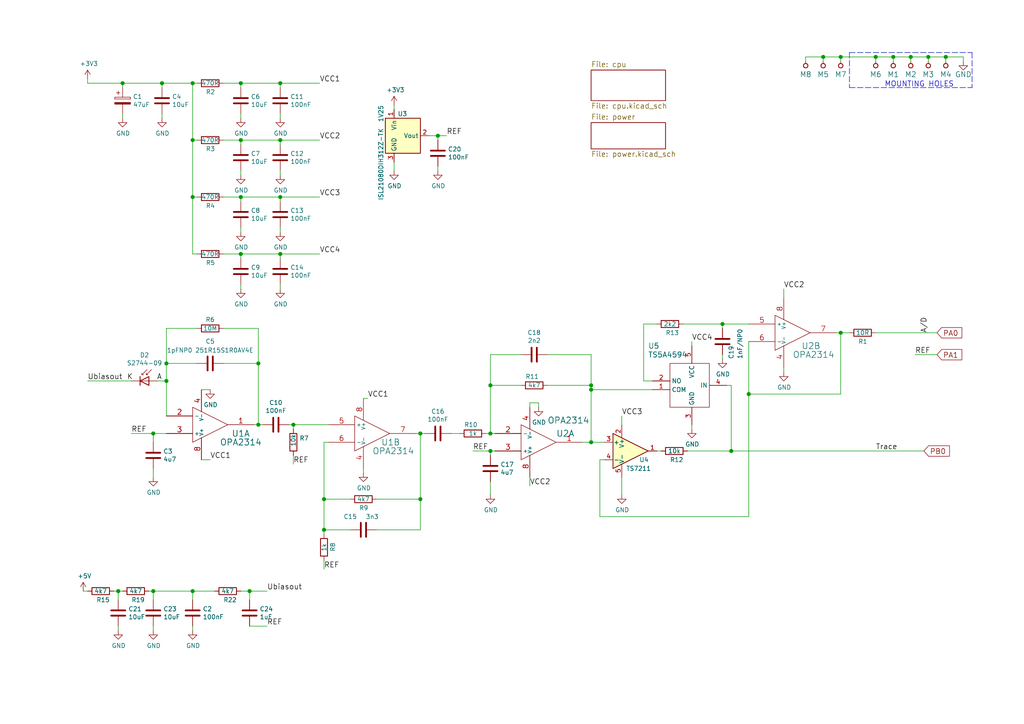
<source format=kicad_sch>
(kicad_sch (version 20201015) (generator eeschema)
  (page 1 3)
  (paper "A4")
  (title_block (title "NAME") (date "%F") (rev "REV") (company "Mlab www.mlab.cz") (comment 1 "VERSION") (comment 2 "Short description \\nTwo lines are maximum") (comment 3 "nickname <email@example.com>") (comment 4 "BSD"))
  (lib_symbols
    (symbol "Amplifier_Operational:OP179GRT" (pin_names (offset 0.127))
      (property "Reference" "U" (at 0 5.08 0))
      (property "Value" "OP179GRT" (at 0 -5.08 0))
      (symbol "OP179GRT_0_1"
        (polyline (pts (xy -5.08 5.08) (xy 5.08 0) (xy -5.08 -5.08) (xy -5.08 5.08)) (stroke (width 0.254)) (fill (type background)))
        (pin power_in line (at -2.54 7.62 270) (length 3.81) (name "V+") (number "2"))
        (pin power_in line (at -2.54 -7.62 90) (length 3.81) (name "V-") (number "5"))
      )
      (symbol "OP179GRT_1_1"
        (pin output line (at 7.62 0 180) (length 2.54) (name "~") (number "1"))
        (pin input line (at -7.62 2.54 0) (length 2.54) (name "+") (number "3"))
        (pin input line (at -7.62 -2.54 0) (length 2.54) (name "-") (number "4"))
      )
    )
    (symbol "Device:C" (pin_numbers hide) (pin_names (offset 0.254))
      (property "Reference" "C" (at 0.635 2.54 0))
      (property "Value" "C" (at 0.635 -2.54 0))
      (symbol "C_0_1"
        (polyline (pts (xy -2.032 -0.762) (xy 2.032 -0.762)) (stroke (width 0.508)))
        (polyline (pts (xy -2.032 0.762) (xy 2.032 0.762)) (stroke (width 0.508)))
      )
      (symbol "C_1_1"
        (pin passive line (at 0 3.81 270) (length 2.794) (name "~") (number "1"))
        (pin passive line (at 0 -3.81 90) (length 2.794) (name "~") (number "2"))
      )
    )
    (symbol "Device:D_Photo" (pin_numbers hide) (pin_names hide)
      (property "Reference" "D" (at 0.508 1.778 0))
      (property "Value" "D_Photo" (at -1.016 -2.794 0))
      (symbol "D_Photo_0_1"
        (polyline (pts (xy -2.54 1.27) (xy -2.54 -1.27)) (stroke (width 0.254)))
        (polyline (pts (xy -2.032 1.778) (xy -1.524 1.778)))
        (polyline (pts (xy 0 0) (xy -2.54 0)))
        (polyline (pts (xy -0.508 3.302) (xy -2.032 1.778) (xy -2.032 2.286)))
        (polyline (pts (xy 0 -1.27) (xy 0 1.27) (xy -2.54 0) (xy 0 -1.27)) (stroke (width 0.254)))
        (polyline (pts (xy 0.762 3.302) (xy -0.762 1.778) (xy -0.762 2.286) (xy -0.762 1.778) (xy -0.254 1.778)))
      )
      (symbol "D_Photo_1_1"
        (pin passive line (at -5.08 0 0) (length 2.54) (name "K") (number "1"))
        (pin passive line (at 2.54 0 180) (length 2.54) (name "A") (number "2"))
      )
    )
    (symbol "Device:R" (pin_numbers hide) (pin_names (offset 0))
      (property "Reference" "R" (at 2.032 0 90))
      (property "Value" "R" (at 0 0 90))
      (symbol "R_0_1"
        (rectangle (start -1.016 -2.54) (end 1.016 2.54) (stroke (width 0.254)))
      )
      (symbol "R_1_1"
        (pin passive line (at 0 3.81 270) (length 1.27) (name "~") (number "1"))
        (pin passive line (at 0 -3.81 90) (length 1.27) (name "~") (number "2"))
      )
    )
    (symbol "MLAB_IO:AD8692"
      (property "Reference" "U" (at 3.81 7.62 0))
      (property "Value" "AD8692" (at 3.81 5.08 0))
      (property "Datasheet" "op_amps/tl071.pdf" (at 0 0 0))
      (symbol "AD8692_0_1"
        (polyline (pts (xy -5.08 5.08) (xy 5.08 0) (xy -5.08 -5.08) (xy -5.08 5.08)))
      )
      (symbol "AD8692_1_1"
        (pin output line (at 12.7 0 180) (length 7.62) (name "~") (number "1"))
        (pin input line (at -12.7 -2.54 0) (length 7.62) (name "-") (number "2"))
        (pin input line (at -12.7 2.54 0) (length 7.62) (name "+") (number "3"))
        (pin passive line (at -2.54 -10.16 90) (length 6.35) (name "V-") (number "4"))
        (pin passive line (at -2.54 10.16 270) (length 6.35) (name "V+") (number "8"))
      )
      (symbol "AD8692_2_1"
        (pin passive line (at -2.54 -10.16 90) (length 6.35) (name "V-") (number "4"))
        (pin input line (at -12.7 2.54 0) (length 7.62) (name "+") (number "5"))
        (pin input line (at -12.7 -2.54 0) (length 7.62) (name "-") (number "6"))
        (pin output line (at 12.7 0 180) (length 7.62) (name "~") (number "7"))
        (pin passive line (at -2.54 10.16 270) (length 6.35) (name "V+") (number "8"))
      )
    )
    (symbol "MLAB_IO:TS5A4594"
      (property "Reference" "U" (at 3.81 7.62 0))
      (property "Value" "TS5A4594" (at 6.35 -7.62 0))
      (symbol "TS5A4594_0_1"
        (rectangle (start -6.35 6.35) (end 5.08 -6.35))
      )
      (symbol "TS5A4594_1_1"
        (pin passive line (at -11.43 -1.27 0) (length 5.08) (name "COM") (number "1"))
        (pin passive line (at -11.43 1.27 0) (length 5.08) (name "NO") (number "2"))
        (pin power_in line (at 0 -11.43 90) (length 5.08) (name "GND") (number "3"))
        (pin bidirectional line (at 10.16 0 180) (length 5.08) (name "IN") (number "4"))
        (pin power_in line (at 0 11.43 270) (length 5.08) (name "VCC") (number "5"))
      )
    )
    (symbol "MLAB_MECHANICAL:HOLE" (pin_numbers hide) (pin_names (offset 1.016) hide)
      (property "Reference" "M" (at 0 2.54 0))
      (property "Value" "HOLE" (at 0 -2.54 0))
      (symbol "HOLE_0_1"
        (circle (center 0 0) (radius 0.635) (stroke (width 0.254)))
      )
      (symbol "HOLE_1_1"
        (pin input line (at 1.27 0 180) (length 0.635) (name "~") (number "1"))
      )
    )
    (symbol "Reference_Voltage:ISL21070CIH320Z-TK"
      (property "Reference" "U" (at -0.635 8.255 0))
      (property "Value" "ISL21070CIH320Z-TK" (at -1.905 6.35 0))
      (symbol "ISL21070CIH320Z-TK_0_1"
        (rectangle (start -5.08 5.08) (end 5.08 -5.08) (stroke (width 0.254)) (fill (type background)))
      )
      (symbol "ISL21070CIH320Z-TK_1_1"
        (pin power_in line (at -2.54 7.62 270) (length 2.54) (name "Vin") (number "1"))
        (pin power_out line (at 7.62 0 180) (length 2.54) (name "Vout") (number "2"))
        (pin power_in line (at -2.54 -7.62 90) (length 2.54) (name "GND") (number "3"))
      )
    )
    (symbol "SPACEDOS01A_PCB01A-rescue:CP-Device" (pin_numbers hide) (pin_names (offset 0.254))
      (property "Reference" "C" (at 0.635 2.54 0))
      (property "Value" "CP-Device" (at 0.635 -2.54 0))
      (symbol "CP-Device_0_1"
        (rectangle (start -2.286 0.508) (end -2.286 1.016))
        (rectangle (start -2.286 0.508) (end 2.286 0.508))
        (rectangle (start 2.286 1.016) (end -2.286 1.016))
        (rectangle (start 2.286 1.016) (end 2.286 0.508))
        (rectangle (start 2.286 -0.508) (end -2.286 -1.016) (fill (type outline)))
        (polyline (pts (xy -1.778 2.286) (xy -0.762 2.286)))
        (polyline (pts (xy -1.27 2.794) (xy -1.27 1.778)))
      )
      (symbol "CP-Device_1_1"
        (pin passive line (at 0 3.81 270) (length 2.794) (name "~") (number "1"))
        (pin passive line (at 0 -3.81 90) (length 2.794) (name "~") (number "2"))
      )
    )
    (symbol "power:+3.3V" (power) (pin_names (offset 0))
      (property "Value" "+3.3V" (at 0 3.556 0))
      (symbol "+3.3V_0_1"
        (polyline (pts (xy -0.762 1.27) (xy 0 2.54)))
        (polyline (pts (xy 0 0) (xy 0 2.54)))
        (polyline (pts (xy 0 2.54) (xy 0.762 1.27)))
      )
      (symbol "+3.3V_1_1"
        (pin power_in line (at 0 0 90) (length 0) hide (name "+3V3") (number "1"))
      )
    )
    (symbol "power:+5V" (power) (pin_names (offset 0))
      (property "Value" "+5V" (at 0 3.556 0))
      (symbol "+5V_0_1"
        (polyline (pts (xy -0.762 1.27) (xy 0 2.54)))
        (polyline (pts (xy 0 0) (xy 0 2.54)))
        (polyline (pts (xy 0 2.54) (xy 0.762 1.27)))
      )
      (symbol "+5V_1_1"
        (pin power_in line (at 0 0 90) (length 0) hide (name "+5V") (number "1"))
      )
    )
    (symbol "power:GND" (power) (pin_names (offset 0))
      (property "Value" "GND" (at 0 -3.81 0))
      (symbol "GND_0_1"
        (polyline (pts (xy 0 0) (xy 0 -1.27) (xy 1.27 -1.27) (xy 0 -2.54) (xy -1.27 -1.27) (xy 0 -1.27)))
      )
      (symbol "GND_1_1"
        (pin power_in line (at 0 0 270) (length 0) hide (name "GND") (number "1"))
      )
    )
  )
  (junction (at 34.29 171.45) (diameter 1.016))
  (junction (at 35.56 24.13) (diameter 1.016))
  (junction (at 44.45 125.73) (diameter 1.016))
  (junction (at 44.45 171.45) (diameter 1.016))
  (junction (at 46.99 24.13) (diameter 1.016))
  (junction (at 48.26 105.41) (diameter 1.016))
  (junction (at 48.26 110.49) (diameter 1.016))
  (junction (at 55.88 24.13) (diameter 1.016))
  (junction (at 55.88 40.64) (diameter 1.016))
  (junction (at 55.88 57.15) (diameter 1.016))
  (junction (at 55.88 171.45) (diameter 1.016))
  (junction (at 69.85 24.13) (diameter 1.016))
  (junction (at 69.85 40.64) (diameter 1.016))
  (junction (at 69.85 57.15) (diameter 1.016))
  (junction (at 69.85 73.66) (diameter 1.016))
  (junction (at 72.39 171.45) (diameter 1.016))
  (junction (at 74.93 105.41) (diameter 1.016))
  (junction (at 74.93 123.19) (diameter 1.016))
  (junction (at 81.28 24.13) (diameter 1.016))
  (junction (at 81.28 40.64) (diameter 1.016))
  (junction (at 81.28 57.15) (diameter 1.016))
  (junction (at 81.28 73.66) (diameter 1.016))
  (junction (at 85.09 123.19) (diameter 1.016))
  (junction (at 93.98 144.78) (diameter 1.016))
  (junction (at 93.98 153.67) (diameter 1.016))
  (junction (at 121.92 125.73) (diameter 1.016))
  (junction (at 121.92 144.78) (diameter 1.016))
  (junction (at 127 39.37) (diameter 1.016))
  (junction (at 142.24 111.76) (diameter 1.016))
  (junction (at 142.24 125.73) (diameter 1.016))
  (junction (at 142.24 130.81) (diameter 1.016))
  (junction (at 171.45 111.76) (diameter 1.016))
  (junction (at 171.45 113.03) (diameter 1.016))
  (junction (at 171.45 128.27) (diameter 1.016))
  (junction (at 209.55 93.98) (diameter 1.016))
  (junction (at 212.09 130.81) (diameter 1.016))
  (junction (at 217.17 114.3) (diameter 1.016))
  (junction (at 238.76 16.51) (diameter 1.016))
  (junction (at 243.84 16.51) (diameter 1.016))
  (junction (at 243.84 96.52) (diameter 1.016))
  (junction (at 254 16.51) (diameter 1.016))
  (junction (at 259.08 16.51) (diameter 1.016))
  (junction (at 264.16 16.51) (diameter 1.016))
  (junction (at 269.24 16.51) (diameter 1.016))
  (junction (at 274.32 16.51) (diameter 1.016))
  (wire (pts (xy 24.13 171.45) (xy 25.4 171.45)))
  (wire (pts (xy 25.4 22.86) (xy 25.4 24.13)))
  (wire (pts (xy 25.4 24.13) (xy 35.56 24.13)))
  (wire (pts (xy 25.4 110.49) (xy 38.1 110.49)))
  (wire (pts (xy 33.02 171.45) (xy 34.29 171.45)))
  (wire (pts (xy 34.29 171.45) (xy 35.56 171.45)))
  (wire (pts (xy 34.29 173.99) (xy 34.29 171.45)))
  (wire (pts (xy 34.29 182.88) (xy 34.29 181.61)))
  (wire (pts (xy 35.56 24.13) (xy 46.99 24.13)))
  (wire (pts (xy 35.56 25.4) (xy 35.56 24.13)))
  (wire (pts (xy 35.56 34.29) (xy 35.56 33.02)))
  (wire (pts (xy 38.1 125.73) (xy 44.45 125.73)))
  (wire (pts (xy 43.18 171.45) (xy 44.45 171.45)))
  (wire (pts (xy 44.45 125.73) (xy 48.26 125.73)))
  (wire (pts (xy 44.45 128.27) (xy 44.45 125.73)))
  (wire (pts (xy 44.45 138.43) (xy 44.45 135.89)))
  (wire (pts (xy 44.45 171.45) (xy 55.88 171.45)))
  (wire (pts (xy 44.45 173.99) (xy 44.45 171.45)))
  (wire (pts (xy 44.45 182.88) (xy 44.45 181.61)))
  (wire (pts (xy 45.72 110.49) (xy 48.26 110.49)))
  (wire (pts (xy 46.99 24.13) (xy 55.88 24.13)))
  (wire (pts (xy 46.99 25.4) (xy 46.99 24.13)))
  (wire (pts (xy 46.99 34.29) (xy 46.99 33.02)))
  (wire (pts (xy 48.26 95.25) (xy 48.26 105.41)))
  (wire (pts (xy 48.26 105.41) (xy 48.26 110.49)))
  (wire (pts (xy 48.26 105.41) (xy 57.15 105.41)))
  (wire (pts (xy 48.26 110.49) (xy 48.26 120.65)))
  (wire (pts (xy 55.88 24.13) (xy 55.88 40.64)))
  (wire (pts (xy 55.88 24.13) (xy 57.15 24.13)))
  (wire (pts (xy 55.88 40.64) (xy 55.88 57.15)))
  (wire (pts (xy 55.88 57.15) (xy 55.88 73.66)))
  (wire (pts (xy 55.88 73.66) (xy 57.15 73.66)))
  (wire (pts (xy 55.88 171.45) (xy 62.23 171.45)))
  (wire (pts (xy 55.88 173.99) (xy 55.88 171.45)))
  (wire (pts (xy 55.88 182.88) (xy 55.88 181.61)))
  (wire (pts (xy 57.15 40.64) (xy 55.88 40.64)))
  (wire (pts (xy 57.15 57.15) (xy 55.88 57.15)))
  (wire (pts (xy 57.15 95.25) (xy 48.26 95.25)))
  (wire (pts (xy 58.42 113.03) (xy 60.96 113.03)))
  (wire (pts (xy 58.42 133.35) (xy 60.96 133.35)))
  (wire (pts (xy 64.77 24.13) (xy 69.85 24.13)))
  (wire (pts (xy 64.77 40.64) (xy 69.85 40.64)))
  (wire (pts (xy 64.77 57.15) (xy 69.85 57.15)))
  (wire (pts (xy 64.77 73.66) (xy 69.85 73.66)))
  (wire (pts (xy 64.77 95.25) (xy 74.93 95.25)))
  (wire (pts (xy 64.77 105.41) (xy 74.93 105.41)))
  (wire (pts (xy 69.85 24.13) (xy 81.28 24.13)))
  (wire (pts (xy 69.85 25.4) (xy 69.85 24.13)))
  (wire (pts (xy 69.85 34.29) (xy 69.85 33.02)))
  (wire (pts (xy 69.85 40.64) (xy 81.28 40.64)))
  (wire (pts (xy 69.85 41.91) (xy 69.85 40.64)))
  (wire (pts (xy 69.85 50.8) (xy 69.85 49.53)))
  (wire (pts (xy 69.85 57.15) (xy 81.28 57.15)))
  (wire (pts (xy 69.85 58.42) (xy 69.85 57.15)))
  (wire (pts (xy 69.85 67.31) (xy 69.85 66.04)))
  (wire (pts (xy 69.85 73.66) (xy 81.28 73.66)))
  (wire (pts (xy 69.85 74.93) (xy 69.85 73.66)))
  (wire (pts (xy 69.85 83.82) (xy 69.85 82.55)))
  (wire (pts (xy 69.85 171.45) (xy 72.39 171.45)))
  (wire (pts (xy 72.39 171.45) (xy 72.39 173.99)))
  (wire (pts (xy 72.39 171.45) (xy 77.47 171.45)))
  (wire (pts (xy 72.39 181.61) (xy 77.47 181.61)))
  (wire (pts (xy 74.93 95.25) (xy 74.93 105.41)))
  (wire (pts (xy 74.93 105.41) (xy 74.93 123.19)))
  (wire (pts (xy 74.93 123.19) (xy 73.66 123.19)))
  (wire (pts (xy 74.93 123.19) (xy 76.2 123.19)))
  (wire (pts (xy 81.28 24.13) (xy 92.71 24.13)))
  (wire (pts (xy 81.28 25.4) (xy 81.28 24.13)))
  (wire (pts (xy 81.28 34.29) (xy 81.28 33.02)))
  (wire (pts (xy 81.28 40.64) (xy 92.71 40.64)))
  (wire (pts (xy 81.28 41.91) (xy 81.28 40.64)))
  (wire (pts (xy 81.28 50.8) (xy 81.28 49.53)))
  (wire (pts (xy 81.28 57.15) (xy 92.71 57.15)))
  (wire (pts (xy 81.28 58.42) (xy 81.28 57.15)))
  (wire (pts (xy 81.28 67.31) (xy 81.28 66.04)))
  (wire (pts (xy 81.28 73.66) (xy 92.71 73.66)))
  (wire (pts (xy 81.28 74.93) (xy 81.28 73.66)))
  (wire (pts (xy 81.28 83.82) (xy 81.28 82.55)))
  (wire (pts (xy 83.82 123.19) (xy 85.09 123.19)))
  (wire (pts (xy 85.09 123.19) (xy 95.25 123.19)))
  (wire (pts (xy 85.09 124.46) (xy 85.09 123.19)))
  (wire (pts (xy 85.09 132.08) (xy 85.09 134.62)))
  (wire (pts (xy 93.98 128.27) (xy 93.98 144.78)))
  (wire (pts (xy 93.98 144.78) (xy 93.98 153.67)))
  (wire (pts (xy 93.98 153.67) (xy 93.98 154.94)))
  (wire (pts (xy 93.98 162.56) (xy 93.98 165.1)))
  (wire (pts (xy 95.25 128.27) (xy 93.98 128.27)))
  (wire (pts (xy 101.6 144.78) (xy 93.98 144.78)))
  (wire (pts (xy 101.6 153.67) (xy 93.98 153.67)))
  (wire (pts (xy 105.41 115.57) (xy 106.68 115.57)))
  (wire (pts (xy 105.41 137.16) (xy 105.41 135.89)))
  (wire (pts (xy 109.22 153.67) (xy 121.92 153.67)))
  (wire (pts (xy 114.3 30.48) (xy 114.3 31.75)))
  (wire (pts (xy 114.3 46.99) (xy 114.3 49.53)))
  (wire (pts (xy 120.65 125.73) (xy 121.92 125.73)))
  (wire (pts (xy 121.92 125.73) (xy 121.92 144.78)))
  (wire (pts (xy 121.92 125.73) (xy 123.19 125.73)))
  (wire (pts (xy 121.92 144.78) (xy 109.22 144.78)))
  (wire (pts (xy 121.92 153.67) (xy 121.92 144.78)))
  (wire (pts (xy 124.46 39.37) (xy 127 39.37)))
  (wire (pts (xy 127 39.37) (xy 129.54 39.37)))
  (wire (pts (xy 127 40.64) (xy 127 39.37)))
  (wire (pts (xy 127 49.53) (xy 127 48.26)))
  (wire (pts (xy 130.81 125.73) (xy 133.35 125.73)))
  (wire (pts (xy 137.16 130.81) (xy 142.24 130.81)))
  (wire (pts (xy 140.97 125.73) (xy 142.24 125.73)))
  (wire (pts (xy 142.24 102.87) (xy 151.13 102.87)))
  (wire (pts (xy 142.24 111.76) (xy 142.24 102.87)))
  (wire (pts (xy 142.24 125.73) (xy 142.24 111.76)))
  (wire (pts (xy 142.24 125.73) (xy 143.51 125.73)))
  (wire (pts (xy 142.24 130.81) (xy 142.24 132.08)))
  (wire (pts (xy 142.24 139.7) (xy 142.24 143.51)))
  (wire (pts (xy 143.51 130.81) (xy 142.24 130.81)))
  (wire (pts (xy 151.13 111.76) (xy 142.24 111.76)))
  (wire (pts (xy 153.67 116.84) (xy 156.21 116.84)))
  (wire (pts (xy 153.67 118.11) (xy 153.67 116.84)))
  (wire (pts (xy 153.67 138.43) (xy 153.67 140.97)))
  (wire (pts (xy 156.21 116.84) (xy 156.21 118.11)))
  (wire (pts (xy 158.75 102.87) (xy 171.45 102.87)))
  (wire (pts (xy 158.75 111.76) (xy 171.45 111.76)))
  (wire (pts (xy 168.91 128.27) (xy 171.45 128.27)))
  (wire (pts (xy 171.45 102.87) (xy 171.45 111.76)))
  (wire (pts (xy 171.45 111.76) (xy 171.45 113.03)))
  (wire (pts (xy 171.45 113.03) (xy 171.45 128.27)))
  (wire (pts (xy 171.45 113.03) (xy 189.23 113.03)))
  (wire (pts (xy 171.45 128.27) (xy 175.26 128.27)))
  (wire (pts (xy 173.99 133.35) (xy 175.26 133.35)))
  (wire (pts (xy 173.99 149.86) (xy 173.99 133.35)))
  (wire (pts (xy 180.34 123.19) (xy 180.34 120.65)))
  (wire (pts (xy 180.34 143.51) (xy 180.34 138.43)))
  (wire (pts (xy 186.69 93.98) (xy 190.5 93.98)))
  (wire (pts (xy 186.69 110.49) (xy 186.69 93.98)))
  (wire (pts (xy 189.23 110.49) (xy 186.69 110.49)))
  (wire (pts (xy 190.5 130.81) (xy 191.77 130.81)))
  (wire (pts (xy 198.12 93.98) (xy 209.55 93.98)))
  (wire (pts (xy 199.39 130.81) (xy 212.09 130.81)))
  (wire (pts (xy 200.66 100.33) (xy 200.66 99.06)))
  (wire (pts (xy 200.66 124.46) (xy 200.66 123.19)))
  (wire (pts (xy 209.55 93.98) (xy 209.55 95.25)))
  (wire (pts (xy 209.55 93.98) (xy 217.17 93.98)))
  (wire (pts (xy 209.55 104.14) (xy 209.55 102.87)))
  (wire (pts (xy 212.09 111.76) (xy 210.82 111.76)))
  (wire (pts (xy 212.09 111.76) (xy 212.09 130.81)))
  (wire (pts (xy 212.09 130.81) (xy 267.97 130.81)))
  (wire (pts (xy 217.17 99.06) (xy 217.17 114.3)))
  (wire (pts (xy 217.17 114.3) (xy 217.17 149.86)))
  (wire (pts (xy 217.17 149.86) (xy 173.99 149.86)))
  (wire (pts (xy 227.33 86.36) (xy 227.33 83.82)))
  (wire (pts (xy 227.33 107.95) (xy 227.33 106.68)))
  (wire (pts (xy 233.68 16.51) (xy 233.68 17.78)))
  (wire (pts (xy 238.76 16.51) (xy 233.68 16.51)))
  (wire (pts (xy 238.76 16.51) (xy 238.76 17.78)))
  (wire (pts (xy 242.57 96.52) (xy 243.84 96.52)))
  (wire (pts (xy 243.84 16.51) (xy 238.76 16.51)))
  (wire (pts (xy 243.84 16.51) (xy 243.84 17.78)))
  (wire (pts (xy 243.84 16.51) (xy 254 16.51)))
  (wire (pts (xy 243.84 96.52) (xy 243.84 114.3)))
  (wire (pts (xy 243.84 96.52) (xy 246.38 96.52)))
  (wire (pts (xy 243.84 114.3) (xy 217.17 114.3)))
  (wire (pts (xy 254 16.51) (xy 259.08 16.51)))
  (wire (pts (xy 254 17.78) (xy 254 16.51)))
  (wire (pts (xy 254 96.52) (xy 271.78 96.52)))
  (wire (pts (xy 259.08 16.51) (xy 259.08 17.78)))
  (wire (pts (xy 264.16 16.51) (xy 259.08 16.51)))
  (wire (pts (xy 264.16 17.78) (xy 264.16 16.51)))
  (wire (pts (xy 265.43 102.87) (xy 271.78 102.87)))
  (wire (pts (xy 269.24 16.51) (xy 264.16 16.51)))
  (wire (pts (xy 269.24 17.78) (xy 269.24 16.51)))
  (wire (pts (xy 274.32 16.51) (xy 269.24 16.51)))
  (wire (pts (xy 274.32 17.78) (xy 274.32 16.51)))
  (wire (pts (xy 279.4 16.51) (xy 274.32 16.51)))
  (wire (pts (xy 279.4 17.78) (xy 279.4 16.51)))
  (polyline (pts (xy 246.38 15.24) (xy 246.38 25.4)) (stroke (width 0) (type dash)))
  (polyline (pts (xy 246.38 15.24) (xy 281.94 15.24)) (stroke (width 0) (type dash)))
  (polyline (pts (xy 246.38 25.4) (xy 281.94 25.4)) (stroke (width 0) (type dash)))
  (polyline (pts (xy 281.94 15.24) (xy 281.94 25.4)) (stroke (width 0) (type dash)))
  (text "MOUNTING HOLES" (at 256.54 25.4 0) (effects (font (size 1.524 1.524)) (justify left bottom)))
  (label "Ubiasout" (at 25.4 110.49 0) (effects (font (size 1.524 1.524))))
  (label "K" (at 36.83 110.49 0) (effects (font (size 1.524 1.524))))
  (label "REF" (at 38.1 125.73 0) (effects (font (size 1.524 1.524))))
  (label "A" (at 46.99 110.49 180) (effects (font (size 1.524 1.524))))
  (label "VCC1" (at 60.96 133.35 0) (effects (font (size 1.524 1.524))))
  (label "Ubiasout" (at 77.47 171.45 0) (effects (font (size 1.524 1.524))))
  (label "REF" (at 77.47 181.61 0) (effects (font (size 1.524 1.524))))
  (label "REF" (at 85.09 134.62 0) (effects (font (size 1.524 1.524))))
  (label "VCC1" (at 92.71 24.13 0) (effects (font (size 1.524 1.524))))
  (label "VCC2" (at 92.71 40.64 0) (effects (font (size 1.524 1.524))))
  (label "VCC3" (at 92.71 57.15 0) (effects (font (size 1.524 1.524))))
  (label "VCC4" (at 92.71 73.66 0) (effects (font (size 1.524 1.524))))
  (label "REF" (at 93.98 165.1 0) (effects (font (size 1.524 1.524))))
  (label "VCC1" (at 106.68 115.57 0) (effects (font (size 1.524 1.524))))
  (label "REF" (at 129.54 39.37 0) (effects (font (size 1.524 1.524))))
  (label "REF" (at 137.16 130.81 0) (effects (font (size 1.524 1.524))))
  (label "VCC2" (at 153.67 140.97 0) (effects (font (size 1.524 1.524))))
  (label "VCC3" (at 180.34 120.65 0) (effects (font (size 1.524 1.524))))
  (label "VCC4" (at 200.66 99.06 0) (effects (font (size 1.524 1.524))))
  (label "VCC2" (at 227.33 83.82 0) (effects (font (size 1.524 1.524))))
  (label "Trace" (at 254 130.81 0) (effects (font (size 1.524 1.524))))
  (label "REF" (at 265.43 102.87 0) (effects (font (size 1.524 1.524))))
  (label "A/D" (at 269.24 96.52 90) (effects (font (size 1.524 1.524))))
  (global_label "PB0" (shape input) (at 267.97 130.81 0) (effects (font (size 1.524 1.524))))
  (global_label "PA0" (shape input) (at 271.78 96.52 0) (effects (font (size 1.524 1.524))))
  (global_label "PA1" (shape input) (at 271.78 102.87 0) (effects (font (size 1.524 1.524))))
  (symbol (lib_id "MLAB_MECHANICAL:HOLE") (at 233.68 19.05 90) (unit 1)
    (property "Reference" "M8" (at 233.68 21.59 90) (effects (font (size 1.524 1.524))))
    (property "Value" "BMI-S-204-F" (effects hide))
    (property "Footprint" "RF_Shielding:Laird_Technologies_BMI-S-204-F_32.00x32.00mm" (effects hide))
  )
  (symbol (lib_id "MLAB_MECHANICAL:HOLE") (at 238.76 19.05 90) (unit 1)
    (property "Reference" "M5" (at 238.76 21.59 90) (effects (font (size 1.524 1.524))))
    (property "Value" "BMI-S-210-F" (effects hide))
    (property "Footprint" "Mlab_Mechanical:BMI-S-210-F" (effects hide))
  )
  (symbol (lib_id "MLAB_MECHANICAL:HOLE") (at 243.84 19.05 90) (unit 1)
    (property "Reference" "M7" (at 243.84 21.59 90) (effects (font (size 1.524 1.524))))
    (property "Value" "BMI-S-210-F" (effects hide))
    (property "Footprint" "Mlab_Mechanical:BMI-S-210-F" (effects hide))
  )
  (symbol (lib_id "MLAB_MECHANICAL:HOLE") (at 254 19.05 90) (unit 1)
    (property "Reference" "M6" (at 254 21.59 90) (effects (font (size 1.524 1.524))))
    (property "Value" "BMI-S-210-F" (effects hide))
    (property "Footprint" "Mlab_Mechanical:BMI-S-210-F" (effects hide))
  )
  (symbol (lib_id "MLAB_MECHANICAL:HOLE") (at 259.08 19.05 90) (unit 1)
    (property "Reference" "M1" (at 259.08 21.59 90) (effects (font (size 1.524 1.524))))
    (property "Value" "HOLE" (effects hide))
    (property "Footprint" "Mlab_Mechanical:MountingHole_3mm" (effects hide))
  )
  (symbol (lib_id "MLAB_MECHANICAL:HOLE") (at 264.16 19.05 90) (unit 1)
    (property "Reference" "M2" (at 264.16 21.59 90) (effects (font (size 1.524 1.524))))
    (property "Value" "HOLE" (effects hide))
    (property "Footprint" "Mlab_Mechanical:MountingHole_3mm" (effects hide))
  )
  (symbol (lib_id "MLAB_MECHANICAL:HOLE") (at 269.24 19.05 90) (unit 1)
    (property "Reference" "M3" (at 269.24 21.59 90) (effects (font (size 1.524 1.524))))
    (property "Value" "HOLE" (effects hide))
    (property "Footprint" "Mlab_Mechanical:MountingHole_3mm" (effects hide))
  )
  (symbol (lib_id "MLAB_MECHANICAL:HOLE") (at 274.32 19.05 90) (unit 1)
    (property "Reference" "M4" (at 274.32 21.59 90) (effects (font (size 1.524 1.524))))
    (property "Value" "HOLE" (effects hide))
    (property "Footprint" "Mlab_Mechanical:MountingHole_3mm" (effects hide))
  )
  (symbol (lib_id "power:+5V") (at 24.13 171.45 0) (unit 1)
    (property "Reference" "#PWR0103" (effects hide))
    (property "Value" "+5V" (at 24.511 167.0558 0))
  )
  (symbol (lib_id "power:+3.3V") (at 25.4 22.86 0) (unit 1)
    (property "Reference" "#PWR0106" (effects hide))
    (property "Value" "+3.3V" (at 25.781 18.4658 0))
  )
  (symbol (lib_id "power:+3.3V") (at 114.3 30.48 0) (unit 1)
    (property "Reference" "#PWR0107" (effects hide))
    (property "Value" "+3.3V" (at 114.681 26.0858 0))
  )
  (symbol (lib_id "power:GND") (at 34.29 182.88 0) (unit 1)
    (property "Reference" "#PWR0104" (effects hide))
    (property "Value" "GND" (at 34.417 187.2742 0))
  )
  (symbol (lib_id "power:GND") (at 35.56 34.29 0) (unit 1)
    (property "Reference" "#PWR016" (effects hide))
    (property "Value" "GND" (at 35.687 38.6842 0))
  )
  (symbol (lib_id "power:GND") (at 44.45 138.43 0) (unit 1)
    (property "Reference" "#PWR06" (effects hide))
    (property "Value" "GND" (at 44.577 142.8242 0))
  )
  (symbol (lib_id "power:GND") (at 44.45 182.88 0) (unit 1)
    (property "Reference" "#PWR0105" (effects hide))
    (property "Value" "GND" (at 44.577 187.2742 0))
  )
  (symbol (lib_id "power:GND") (at 46.99 34.29 0) (unit 1)
    (property "Reference" "#PWR017" (effects hide))
    (property "Value" "GND" (at 47.117 38.6842 0))
  )
  (symbol (lib_id "power:GND") (at 55.88 182.88 0) (unit 1)
    (property "Reference" "#PWR0119" (effects hide))
    (property "Value" "GND" (at 56.007 187.2742 0))
  )
  (symbol (lib_id "power:GND") (at 60.96 113.03 0) (unit 1)
    (property "Reference" "#PWR04" (effects hide))
    (property "Value" "GND" (at 61.087 117.4242 0))
  )
  (symbol (lib_id "power:GND") (at 69.85 34.29 0) (unit 1)
    (property "Reference" "#PWR018" (effects hide))
    (property "Value" "GND" (at 69.977 38.6842 0))
  )
  (symbol (lib_id "power:GND") (at 69.85 50.8 0) (unit 1)
    (property "Reference" "#PWR020" (effects hide))
    (property "Value" "GND" (at 69.977 55.1942 0))
  )
  (symbol (lib_id "power:GND") (at 69.85 67.31 0) (unit 1)
    (property "Reference" "#PWR022" (effects hide))
    (property "Value" "GND" (at 69.977 71.7042 0))
  )
  (symbol (lib_id "power:GND") (at 69.85 83.82 0) (unit 1)
    (property "Reference" "#PWR024" (effects hide))
    (property "Value" "GND" (at 69.977 88.2142 0))
  )
  (symbol (lib_id "power:GND") (at 81.28 34.29 0) (unit 1)
    (property "Reference" "#PWR019" (effects hide))
    (property "Value" "GND" (at 81.407 38.6842 0))
  )
  (symbol (lib_id "power:GND") (at 81.28 50.8 0) (unit 1)
    (property "Reference" "#PWR021" (effects hide))
    (property "Value" "GND" (at 81.407 55.1942 0))
  )
  (symbol (lib_id "power:GND") (at 81.28 67.31 0) (unit 1)
    (property "Reference" "#PWR023" (effects hide))
    (property "Value" "GND" (at 81.407 71.7042 0))
  )
  (symbol (lib_id "power:GND") (at 81.28 83.82 0) (unit 1)
    (property "Reference" "#PWR025" (effects hide))
    (property "Value" "GND" (at 81.407 88.2142 0))
  )
  (symbol (lib_id "power:GND") (at 105.41 137.16 0) (unit 1)
    (property "Reference" "#PWR05" (effects hide))
    (property "Value" "GND" (at 105.537 141.5542 0))
  )
  (symbol (lib_id "power:GND") (at 114.3 49.53 0) (unit 1)
    (property "Reference" "#PWR0101" (effects hide))
    (property "Value" "GND" (at 114.427 53.9242 0))
  )
  (symbol (lib_id "power:GND") (at 127 49.53 0) (unit 1)
    (property "Reference" "#PWR0102" (effects hide))
    (property "Value" "GND" (at 127.127 53.9242 0))
  )
  (symbol (lib_id "power:GND") (at 142.24 143.51 0) (unit 1)
    (property "Reference" "#PWR08" (effects hide))
    (property "Value" "GND" (at 142.367 147.9042 0))
  )
  (symbol (lib_id "power:GND") (at 156.21 118.11 0) (unit 1)
    (property "Reference" "#PWR07" (effects hide))
    (property "Value" "GND" (at 156.337 122.5042 0))
  )
  (symbol (lib_id "power:GND") (at 180.34 143.51 0) (unit 1)
    (property "Reference" "#PWR09" (effects hide))
    (property "Value" "GND" (at 180.467 147.9042 0))
  )
  (symbol (lib_id "power:GND") (at 200.66 124.46 0) (unit 1)
    (property "Reference" "#PWR011" (effects hide))
    (property "Value" "GND" (at 200.787 128.8542 0))
  )
  (symbol (lib_id "power:GND") (at 209.55 104.14 0) (unit 1)
    (property "Reference" "#PWR012" (effects hide))
    (property "Value" "GND" (at 209.677 108.5342 0))
  )
  (symbol (lib_id "power:GND") (at 227.33 107.95 0) (unit 1)
    (property "Reference" "#PWR013" (effects hide))
    (property "Value" "GND" (at 227.457 112.3442 0))
  )
  (symbol (lib_id "power:GND") (at 279.4 17.78 0) (unit 1)
    (property "Reference" "#PWR03" (effects hide))
    (property "Value" "GND" (at 279.4 21.59 0) (effects (font (size 1.524 1.524))))
  )
  (symbol (lib_id "Device:R") (at 29.21 171.45 270) (unit 1)
    (property "Reference" "R15" (at 27.94 173.99 90) (effects (justify left)))
    (property "Value" "4k7" (at 29.21 171.45 90))
    (property "Footprint" "Mlab_R:SMD-0805" (effects hide))
  )
  (symbol (lib_id "Device:R") (at 39.37 171.45 270) (unit 1)
    (property "Reference" "R19" (at 38.1 173.99 90) (effects (justify left)))
    (property "Value" "4k7" (at 39.37 171.45 90))
    (property "Footprint" "Mlab_R:SMD-0805" (effects hide))
  )
  (symbol (lib_id "Device:R") (at 60.96 24.13 270) (unit 1)
    (property "Reference" "R2" (at 59.69 26.67 90) (effects (justify left)))
    (property "Value" "470R" (at 60.96 24.13 90))
    (property "Footprint" "Mlab_R:SMD-0805" (effects hide))
  )
  (symbol (lib_id "Device:R") (at 60.96 40.64 270) (unit 1)
    (property "Reference" "R3" (at 59.69 43.18 90) (effects (justify left)))
    (property "Value" "470R" (at 60.96 40.64 90))
    (property "Footprint" "Mlab_R:SMD-0805" (effects hide))
  )
  (symbol (lib_id "Device:R") (at 60.96 57.15 270) (unit 1)
    (property "Reference" "R4" (at 59.69 59.69 90) (effects (justify left)))
    (property "Value" "470R" (at 60.96 57.15 90))
    (property "Footprint" "Mlab_R:SMD-0805" (effects hide))
  )
  (symbol (lib_id "Device:R") (at 60.96 73.66 270) (unit 1)
    (property "Reference" "R5" (at 59.69 76.2 90) (effects (justify left)))
    (property "Value" "470R" (at 60.96 73.66 90))
    (property "Footprint" "Mlab_R:SMD-0805" (effects hide))
  )
  (symbol (lib_id "Device:R") (at 60.96 95.25 270) (unit 1)
    (property "Reference" "R6" (at 60.96 92.71 90))
    (property "Value" "10M" (at 60.96 95.25 90))
    (property "Footprint" "Mlab_R:SMD-0805" (effects hide))
  )
  (symbol (lib_id "Device:R") (at 66.04 171.45 270) (unit 1)
    (property "Reference" "R22" (at 64.77 173.99 90) (effects (justify left)))
    (property "Value" "4k7" (at 66.04 171.45 90))
    (property "Footprint" "Mlab_R:SMD-0805" (effects hide))
  )
  (symbol (lib_id "Device:R") (at 85.09 128.27 180) (unit 1)
    (property "Reference" "R7" (at 86.868 127.1016 0) (effects (justify right)))
    (property "Value" "10k" (at 85.09 129.54 90) (effects (justify right)))
    (property "Footprint" "Mlab_R:SMD-0805" (effects hide))
  )
  (symbol (lib_id "Device:R") (at 93.98 158.75 0) (unit 1)
    (property "Reference" "R8" (at 96.52 160.02 90) (effects (justify left)))
    (property "Value" "1k" (at 93.98 158.75 90))
    (property "Footprint" "Mlab_R:SMD-0805" (effects hide))
  )
  (symbol (lib_id "Device:R") (at 105.41 144.78 270) (unit 1)
    (property "Reference" "R9" (at 104.14 147.32 90) (effects (justify left)))
    (property "Value" "4k7" (at 105.41 144.78 90))
    (property "Footprint" "Mlab_R:SMD-0805" (effects hide))
  )
  (symbol (lib_id "Device:R") (at 137.16 125.73 270) (unit 1)
    (property "Reference" "R10" (at 134.62 123.19 90) (effects (justify left)))
    (property "Value" "1k" (at 137.16 125.73 90))
    (property "Footprint" "Mlab_R:SMD-0805" (effects hide))
  )
  (symbol (lib_id "Device:R") (at 154.94 111.76 270) (unit 1)
    (property "Reference" "R11" (at 152.4 109.22 90) (effects (justify left)))
    (property "Value" "4k7" (at 154.94 111.76 90))
    (property "Footprint" "Mlab_R:SMD-0805" (effects hide))
  )
  (symbol (lib_id "Device:R") (at 194.31 93.98 270) (unit 1)
    (property "Reference" "R13" (at 193.04 96.52 90) (effects (justify left)))
    (property "Value" "2k2" (at 194.31 93.98 90))
    (property "Footprint" "Mlab_R:SMD-0805" (effects hide))
  )
  (symbol (lib_id "Device:R") (at 195.58 130.81 270) (unit 1)
    (property "Reference" "R12" (at 194.31 133.35 90) (effects (justify left)))
    (property "Value" "10k" (at 195.58 130.81 90))
    (property "Footprint" "Mlab_R:SMD-0805" (effects hide))
  )
  (symbol (lib_id "Device:R") (at 250.19 96.52 270) (unit 1)
    (property "Reference" "R1" (at 248.92 99.06 90) (effects (justify left)))
    (property "Value" "10R" (at 250.19 96.52 90))
    (property "Footprint" "Mlab_R:SMD-0805" (effects hide))
  )
  (symbol (lib_id "Device:C") (at 34.29 177.8 0) (unit 1)
    (property "Reference" "C21" (at 37.211 176.6316 0) (effects (justify left)))
    (property "Value" "10uF" (at 37.211 178.943 0) (effects (justify left)))
    (property "Footprint" "Mlab_R:SMD-0805" (effects hide))
  )
  (symbol (lib_id "SPACEDOS01A_PCB01A-rescue:CP-Device") (at 35.56 29.21 0) (unit 1)
    (property "Reference" "C1" (at 38.5572 28.0416 0) (effects (justify left)))
    (property "Value" "47uF" (at 38.5572 30.353 0) (effects (justify left)))
    (property "Footprint" "Mlab_C:TantalC_SizeC_Reflow" (effects hide))
  )
  (symbol (lib_id "Device:C") (at 44.45 132.08 0) (unit 1)
    (property "Reference" "C3" (at 47.371 130.9116 0) (effects (justify left)))
    (property "Value" "4u7" (at 47.371 133.223 0) (effects (justify left)))
    (property "Footprint" "Mlab_R:SMD-0805" (effects hide))
  )
  (symbol (lib_id "Device:C") (at 44.45 177.8 0) (unit 1)
    (property "Reference" "C23" (at 47.371 176.6316 0) (effects (justify left)))
    (property "Value" "10uF" (at 47.371 178.943 0) (effects (justify left)))
    (property "Footprint" "Mlab_R:SMD-0805" (effects hide))
  )
  (symbol (lib_id "Device:C") (at 46.99 29.21 0) (unit 1)
    (property "Reference" "C4" (at 49.911 28.0416 0) (effects (justify left)))
    (property "Value" "10uF" (at 49.911 30.353 0) (effects (justify left)))
    (property "Footprint" "Mlab_R:SMD-0805" (effects hide))
  )
  (symbol (lib_id "Device:C") (at 55.88 177.8 0) (unit 1)
    (property "Reference" "C2" (at 58.801 176.6316 0) (effects (justify left)))
    (property "Value" "100nF" (at 58.801 178.943 0) (effects (justify left)))
    (property "Footprint" "Mlab_R:SMD-0805" (effects hide))
  )
  (symbol (lib_id "Device:C") (at 60.96 105.41 270) (unit 1)
    (property "Reference" "C5" (at 60.96 99.0092 90))
    (property "Value" "1pFNP0 251R15S1R0AV4E" (at 60.96 101.6 90))
    (property "Footprint" "Mlab_R:SMD-0805" (effects hide))
  )
  (symbol (lib_id "Device:C") (at 69.85 29.21 0) (unit 1)
    (property "Reference" "C6" (at 72.771 28.0416 0) (effects (justify left)))
    (property "Value" "10uF" (at 72.771 30.353 0) (effects (justify left)))
    (property "Footprint" "Mlab_R:SMD-0805" (effects hide))
  )
  (symbol (lib_id "Device:C") (at 69.85 45.72 0) (unit 1)
    (property "Reference" "C7" (at 72.771 44.5516 0) (effects (justify left)))
    (property "Value" "10uF" (at 72.771 46.863 0) (effects (justify left)))
    (property "Footprint" "Mlab_R:SMD-0805" (effects hide))
  )
  (symbol (lib_id "Device:C") (at 69.85 62.23 0) (unit 1)
    (property "Reference" "C8" (at 72.771 61.0616 0) (effects (justify left)))
    (property "Value" "10uF" (at 72.771 63.373 0) (effects (justify left)))
    (property "Footprint" "Mlab_R:SMD-0805" (effects hide))
  )
  (symbol (lib_id "Device:C") (at 69.85 78.74 0) (unit 1)
    (property "Reference" "C9" (at 72.771 77.5716 0) (effects (justify left)))
    (property "Value" "10uF" (at 72.771 79.883 0) (effects (justify left)))
    (property "Footprint" "Mlab_R:SMD-0805" (effects hide))
  )
  (symbol (lib_id "Device:C") (at 72.39 177.8 0) (unit 1)
    (property "Reference" "C24" (at 75.311 176.6316 0) (effects (justify left)))
    (property "Value" "1uF" (at 75.311 178.943 0) (effects (justify left)))
    (property "Footprint" "Mlab_R:SMD-0805" (effects hide))
  )
  (symbol (lib_id "Device:C") (at 80.01 123.19 270) (unit 1)
    (property "Reference" "C10" (at 80.01 116.7892 90))
    (property "Value" "100nF" (at 80.01 119.1006 90))
    (property "Footprint" "Mlab_R:SMD-0805" (effects hide))
  )
  (symbol (lib_id "Device:C") (at 81.28 29.21 0) (unit 1)
    (property "Reference" "C11" (at 84.201 28.0416 0) (effects (justify left)))
    (property "Value" "100nF" (at 84.201 30.353 0) (effects (justify left)))
    (property "Footprint" "Mlab_R:SMD-0805" (effects hide))
  )
  (symbol (lib_id "Device:C") (at 81.28 45.72 0) (unit 1)
    (property "Reference" "C12" (at 84.201 44.5516 0) (effects (justify left)))
    (property "Value" "100nF" (at 84.201 46.863 0) (effects (justify left)))
    (property "Footprint" "Mlab_R:SMD-0805" (effects hide))
  )
  (symbol (lib_id "Device:C") (at 81.28 62.23 0) (unit 1)
    (property "Reference" "C13" (at 84.201 61.0616 0) (effects (justify left)))
    (property "Value" "100nF" (at 84.201 63.373 0) (effects (justify left)))
    (property "Footprint" "Mlab_R:SMD-0805" (effects hide))
  )
  (symbol (lib_id "Device:C") (at 81.28 78.74 0) (unit 1)
    (property "Reference" "C14" (at 84.201 77.5716 0) (effects (justify left)))
    (property "Value" "100nF" (at 84.201 79.883 0) (effects (justify left)))
    (property "Footprint" "Mlab_R:SMD-0805" (effects hide))
  )
  (symbol (lib_id "Device:C") (at 105.41 153.67 270) (unit 1)
    (property "Reference" "C15" (at 101.6 149.86 90))
    (property "Value" "3n3" (at 107.95 149.86 90))
    (property "Footprint" "Mlab_R:SMD-0805" (effects hide))
  )
  (symbol (lib_id "Device:C") (at 127 44.45 0) (unit 1)
    (property "Reference" "C20" (at 129.921 43.2816 0) (effects (justify left)))
    (property "Value" "100nF" (at 129.921 45.593 0) (effects (justify left)))
    (property "Footprint" "Mlab_R:SMD-0805" (effects hide))
  )
  (symbol (lib_id "Device:C") (at 127 125.73 270) (unit 1)
    (property "Reference" "C16" (at 127 119.3292 90))
    (property "Value" "100nF" (at 127 121.6406 90))
    (property "Footprint" "Mlab_R:SMD-0805" (effects hide))
  )
  (symbol (lib_id "Device:C") (at 142.24 135.89 0) (unit 1)
    (property "Reference" "C17" (at 145.161 134.7216 0) (effects (justify left)))
    (property "Value" "4u7" (at 145.161 137.033 0) (effects (justify left)))
    (property "Footprint" "Mlab_R:SMD-0805" (effects hide))
  )
  (symbol (lib_id "Device:C") (at 154.94 102.87 270) (unit 1)
    (property "Reference" "C18" (at 154.94 96.4692 90))
    (property "Value" "2n2" (at 154.94 98.7806 90))
    (property "Footprint" "Mlab_R:SMD-0805" (effects hide))
  )
  (symbol (lib_id "Device:C") (at 209.55 99.06 0) (unit 1)
    (property "Reference" "C19" (at 212.09 104.14 90) (effects (justify left)))
    (property "Value" "1nF/NP0" (at 214.63 104.14 90) (effects (justify left)))
    (property "Footprint" "Mlab_R:SMD-0805" (effects hide))
  )
  (symbol (lib_id "Device:D_Photo") (at 43.18 110.49 0) (unit 1)
    (property "Reference" "D2" (at 41.91 102.997 0))
    (property "Value" "S2744-09" (at 41.91 105.3084 0))
    (property "Footprint" "Mlab_D:HAMAMATSU_S2744-09" (effects hide))
  )
  (symbol (lib_id "Reference_Voltage:ISL21070CIH320Z-TK") (at 116.84 39.37 0) (unit 1)
    (property "Reference" "U3" (at 118.11 33.02 0) (effects (justify right)))
    (property "Value" "ISL21080DIH312Z-TK  1V25" (at 110.49 30.48 90) (effects (justify right)))
    (property "Footprint" "Package_TO_SOT_SMD:SOT-23" (effects hide))
    (property "Datasheet" "http://www.intersil.com/content/dam/Intersil/documents/fn75/fn7599.pdf" (effects hide))
  )
  (symbol (lib_id "Amplifier_Operational:OP179GRT") (at 182.88 130.81 0) (unit 1)
    (property "Reference" "U4" (at 185.42 133.35 0) (effects (justify left)))
    (property "Value" "TS7211" (at 181.61 135.89 0) (effects (justify left)))
    (property "Footprint" "Package_TO_SOT_SMD:SOT-23-5_HandSoldering" (effects hide))
    (property "Datasheet" "http://www.analog.com/media/en/technical-documentation/data-sheets/OP179_279.pdf" (effects hide))
  )
  (symbol (lib_id "MLAB_IO:TS5A4594") (at 200.66 111.76 0) (unit 1)
    (property "Reference" "U5" (at 187.96 100.33 0) (effects (font (size 1.524 1.524)) (justify left)))
    (property "Value" "TS5A4594" (at 187.96 102.87 0) (effects (font (size 1.524 1.524)) (justify left)))
    (property "Footprint" "Package_TO_SOT_SMD:SOT-23-5_HandSoldering" (effects hide))
  )
  (symbol (lib_id "MLAB_IO:AD8692") (at 60.96 123.19 0) (mirror x) (unit 1)
    (property "Reference" "U1" (at 69.85 125.73 0) (effects (font (size 1.778 1.778))))
    (property "Value" "OPA2314" (at 69.85 128.27 0) (effects (font (size 1.778 1.778))))
    (property "Footprint" "Mlab_IO:SOIC-8_3.9x4.9mm_Pitch1.27mm" (effects hide))
  )
  (symbol (lib_id "MLAB_IO:AD8692") (at 107.95 125.73 0) (unit 2)
    (property "Reference" "U1" (at 110.49 128.27 0) (effects (font (size 1.778 1.778)) (justify left)))
    (property "Value" "OPA2314" (at 107.95 130.81 0) (effects (font (size 1.778 1.778)) (justify left)))
    (property "Footprint" "Mlab_IO:SOIC-8_3.9x4.9mm_Pitch1.27mm" (effects hide))
  )
  (symbol (lib_id "MLAB_IO:AD8692") (at 156.21 128.27 0) (mirror x) (unit 1)
    (property "Reference" "U2" (at 161.29 125.73 0) (effects (font (size 1.778 1.778)) (justify left)))
    (property "Value" "OPA2314" (at 158.75 121.92 0) (effects (font (size 1.778 1.778)) (justify left)))
    (property "Footprint" "Mlab_IO:SOIC-8_3.9x4.9mm_Pitch1.27mm" (effects hide))
  )
  (symbol (lib_id "MLAB_IO:AD8692") (at 229.87 96.52 0) (unit 2)
    (property "Reference" "U2" (at 232.41 100.33 0) (effects (font (size 1.778 1.778)) (justify left)))
    (property "Value" "OPA2314" (at 229.87 102.87 0) (effects (font (size 1.778 1.778)) (justify left)))
    (property "Footprint" "Mlab_IO:SOIC-8_3.9x4.9mm_Pitch1.27mm" (effects hide))
  )
  (sheet (at 171.45 20.32) (size 21.59 8.89)
    (property "Název listu" "cpu" (at 171.45 19.5575 0) (effects (font (size 1.524 1.524)) (justify left bottom)))
    (property "Sheet file" "cpu.kicad_sch" (at 171.45 29.8201 0) (effects (font (size 1.524 1.524)) (justify left top)))
  )
  (sheet (at 171.45 35.56) (size 21.59 7.62)
    (property "Název listu" "power" (at 171.45 34.7975 0) (effects (font (size 1.524 1.524)) (justify left bottom)))
    (property "Sheet file" "power.kicad_sch" (at 171.45 43.7901 0) (effects (font (size 1.524 1.524)) (justify left top)))
  )
)
</source>
